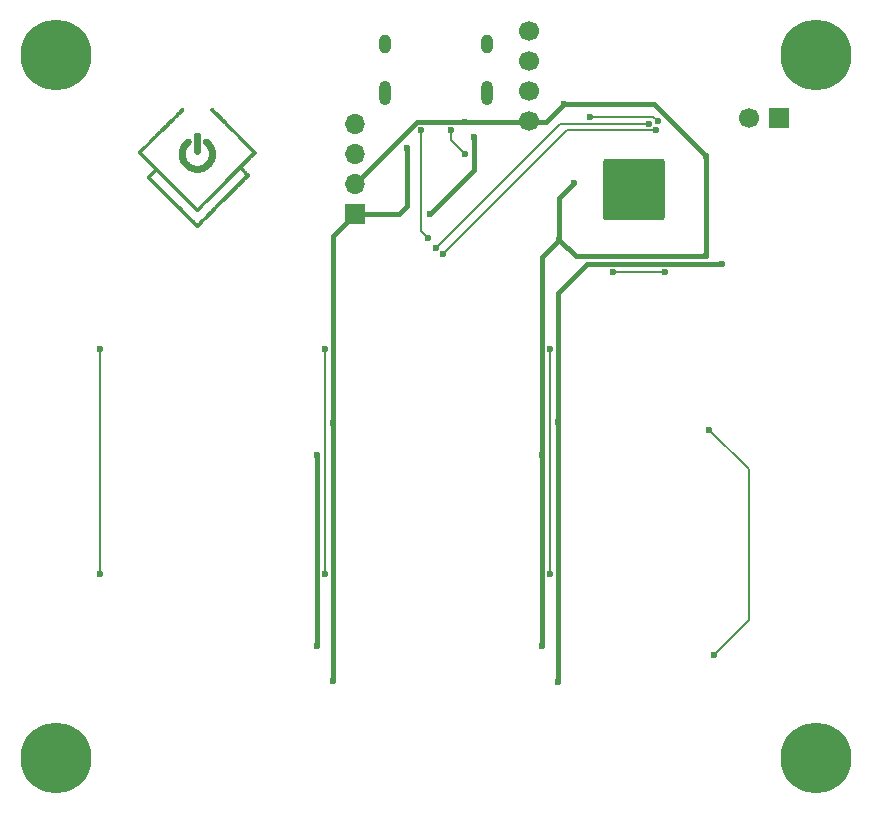
<source format=gbr>
G04 #@! TF.GenerationSoftware,KiCad,Pcbnew,(5.1.5)-3*
G04 #@! TF.CreationDate,2021-05-11T09:46:13+07:00*
G04 #@! TF.ProjectId,uso!VNC,75736f21-564e-4432-9e6b-696361645f70,rev?*
G04 #@! TF.SameCoordinates,Original*
G04 #@! TF.FileFunction,Copper,L1,Top*
G04 #@! TF.FilePolarity,Positive*
%FSLAX46Y46*%
G04 Gerber Fmt 4.6, Leading zero omitted, Abs format (unit mm)*
G04 Created by KiCad (PCBNEW (5.1.5)-3) date 2021-05-11 09:46:13*
%MOMM*%
%LPD*%
G04 APERTURE LIST*
%ADD10C,0.010000*%
%ADD11C,1.000000*%
%ADD12C,6.000000*%
%ADD13R,1.700000X1.700000*%
%ADD14C,1.700000*%
%ADD15O,1.700000X1.700000*%
%ADD16O,1.000000X2.100000*%
%ADD17O,1.000000X1.600000*%
%ADD18C,0.500000*%
%ADD19C,0.100000*%
%ADD20C,0.600000*%
%ADD21C,0.400000*%
%ADD22C,0.200000*%
G04 APERTURE END LIST*
D10*
G36*
X246509123Y-93480074D02*
G01*
X246551030Y-93491533D01*
X246562290Y-93496093D01*
X246605424Y-93520713D01*
X246643923Y-93553596D01*
X246675810Y-93592569D01*
X246699109Y-93635457D01*
X246705787Y-93653885D01*
X246707518Y-93659721D01*
X246709066Y-93665829D01*
X246710440Y-93672848D01*
X246711651Y-93681416D01*
X246712709Y-93692173D01*
X246713623Y-93705757D01*
X246714405Y-93722808D01*
X246715064Y-93743964D01*
X246715611Y-93769865D01*
X246716055Y-93801150D01*
X246716406Y-93838457D01*
X246716675Y-93882425D01*
X246716873Y-93933694D01*
X246717008Y-93992903D01*
X246717092Y-94060690D01*
X246717133Y-94137694D01*
X246717144Y-94224556D01*
X246717133Y-94321912D01*
X246717124Y-94368250D01*
X246717053Y-94476999D01*
X246716889Y-94577695D01*
X246716634Y-94670010D01*
X246716291Y-94753621D01*
X246715863Y-94828202D01*
X246715353Y-94893429D01*
X246714762Y-94948976D01*
X246714094Y-94994520D01*
X246713352Y-95029734D01*
X246712537Y-95054295D01*
X246711654Y-95067876D01*
X246711334Y-95069952D01*
X246697662Y-95110733D01*
X246675481Y-95148996D01*
X246647377Y-95183025D01*
X246616150Y-95213089D01*
X246585678Y-95234750D01*
X246552539Y-95250232D01*
X246535003Y-95256026D01*
X246502198Y-95262492D01*
X246464418Y-95264877D01*
X246426304Y-95263231D01*
X246392502Y-95257600D01*
X246381722Y-95254416D01*
X246334570Y-95232283D01*
X246292936Y-95201105D01*
X246258096Y-95162431D01*
X246231331Y-95117813D01*
X246213920Y-95068802D01*
X246209438Y-95045457D01*
X246208549Y-95033362D01*
X246207735Y-95010774D01*
X246206996Y-94978607D01*
X246206332Y-94937776D01*
X246205743Y-94889195D01*
X246205229Y-94833778D01*
X246204789Y-94772440D01*
X246204424Y-94706095D01*
X246204133Y-94635658D01*
X246203917Y-94562042D01*
X246203775Y-94486162D01*
X246203708Y-94408932D01*
X246203715Y-94331267D01*
X246203796Y-94254082D01*
X246203951Y-94178289D01*
X246204180Y-94104805D01*
X246204484Y-94034542D01*
X246204861Y-93968416D01*
X246205313Y-93907341D01*
X246205838Y-93852231D01*
X246206437Y-93804000D01*
X246207110Y-93763563D01*
X246207856Y-93731834D01*
X246208676Y-93709728D01*
X246209533Y-93698401D01*
X246222478Y-93646926D01*
X246245191Y-93599961D01*
X246276521Y-93558684D01*
X246315315Y-93524277D01*
X246360421Y-93497919D01*
X246410689Y-93480790D01*
X246424667Y-93477958D01*
X246465336Y-93475330D01*
X246509123Y-93480074D01*
G37*
X246509123Y-93480074D02*
X246551030Y-93491533D01*
X246562290Y-93496093D01*
X246605424Y-93520713D01*
X246643923Y-93553596D01*
X246675810Y-93592569D01*
X246699109Y-93635457D01*
X246705787Y-93653885D01*
X246707518Y-93659721D01*
X246709066Y-93665829D01*
X246710440Y-93672848D01*
X246711651Y-93681416D01*
X246712709Y-93692173D01*
X246713623Y-93705757D01*
X246714405Y-93722808D01*
X246715064Y-93743964D01*
X246715611Y-93769865D01*
X246716055Y-93801150D01*
X246716406Y-93838457D01*
X246716675Y-93882425D01*
X246716873Y-93933694D01*
X246717008Y-93992903D01*
X246717092Y-94060690D01*
X246717133Y-94137694D01*
X246717144Y-94224556D01*
X246717133Y-94321912D01*
X246717124Y-94368250D01*
X246717053Y-94476999D01*
X246716889Y-94577695D01*
X246716634Y-94670010D01*
X246716291Y-94753621D01*
X246715863Y-94828202D01*
X246715353Y-94893429D01*
X246714762Y-94948976D01*
X246714094Y-94994520D01*
X246713352Y-95029734D01*
X246712537Y-95054295D01*
X246711654Y-95067876D01*
X246711334Y-95069952D01*
X246697662Y-95110733D01*
X246675481Y-95148996D01*
X246647377Y-95183025D01*
X246616150Y-95213089D01*
X246585678Y-95234750D01*
X246552539Y-95250232D01*
X246535003Y-95256026D01*
X246502198Y-95262492D01*
X246464418Y-95264877D01*
X246426304Y-95263231D01*
X246392502Y-95257600D01*
X246381722Y-95254416D01*
X246334570Y-95232283D01*
X246292936Y-95201105D01*
X246258096Y-95162431D01*
X246231331Y-95117813D01*
X246213920Y-95068802D01*
X246209438Y-95045457D01*
X246208549Y-95033362D01*
X246207735Y-95010774D01*
X246206996Y-94978607D01*
X246206332Y-94937776D01*
X246205743Y-94889195D01*
X246205229Y-94833778D01*
X246204789Y-94772440D01*
X246204424Y-94706095D01*
X246204133Y-94635658D01*
X246203917Y-94562042D01*
X246203775Y-94486162D01*
X246203708Y-94408932D01*
X246203715Y-94331267D01*
X246203796Y-94254082D01*
X246203951Y-94178289D01*
X246204180Y-94104805D01*
X246204484Y-94034542D01*
X246204861Y-93968416D01*
X246205313Y-93907341D01*
X246205838Y-93852231D01*
X246206437Y-93804000D01*
X246207110Y-93763563D01*
X246207856Y-93731834D01*
X246208676Y-93709728D01*
X246209533Y-93698401D01*
X246222478Y-93646926D01*
X246245191Y-93599961D01*
X246276521Y-93558684D01*
X246315315Y-93524277D01*
X246360421Y-93497919D01*
X246410689Y-93480790D01*
X246424667Y-93477958D01*
X246465336Y-93475330D01*
X246509123Y-93480074D01*
G36*
X245223140Y-91408932D02*
G01*
X245255733Y-91420058D01*
X245283801Y-91439814D01*
X245297729Y-91455960D01*
X245311001Y-91483300D01*
X245317593Y-91515673D01*
X245316836Y-91548410D01*
X245313240Y-91564265D01*
X245311573Y-91567183D01*
X245307621Y-91572319D01*
X245301180Y-91579879D01*
X245292047Y-91590068D01*
X245280017Y-91603092D01*
X245264887Y-91619157D01*
X245246453Y-91638468D01*
X245224511Y-91661232D01*
X245198857Y-91687654D01*
X245169287Y-91717939D01*
X245135597Y-91752294D01*
X245097583Y-91790925D01*
X245055041Y-91834036D01*
X245007767Y-91881835D01*
X244955558Y-91934525D01*
X244898209Y-91992314D01*
X244835517Y-92055407D01*
X244767277Y-92124010D01*
X244693286Y-92198328D01*
X244613340Y-92278568D01*
X244527234Y-92364934D01*
X244434765Y-92457633D01*
X244335729Y-92556871D01*
X244229922Y-92662853D01*
X244117140Y-92775784D01*
X243997179Y-92895872D01*
X243869835Y-93023320D01*
X243734904Y-93158336D01*
X243592183Y-93301125D01*
X243530257Y-93363075D01*
X241754297Y-95139658D01*
X246463267Y-99848628D01*
X248817757Y-97494133D01*
X251172246Y-95139638D01*
X249399073Y-93365919D01*
X249279759Y-93246546D01*
X249162458Y-93129146D01*
X249047430Y-93013978D01*
X248934935Y-92901304D01*
X248825233Y-92791387D01*
X248718583Y-92684486D01*
X248615245Y-92580863D01*
X248515479Y-92480780D01*
X248419546Y-92384497D01*
X248327704Y-92292276D01*
X248240214Y-92204379D01*
X248157335Y-92121066D01*
X248079327Y-92042600D01*
X248006450Y-91969240D01*
X247938965Y-91901249D01*
X247877130Y-91838887D01*
X247821205Y-91782417D01*
X247771450Y-91732099D01*
X247728126Y-91688195D01*
X247691492Y-91650965D01*
X247661807Y-91620672D01*
X247639332Y-91597576D01*
X247624327Y-91581939D01*
X247617050Y-91574022D01*
X247616387Y-91573143D01*
X247607714Y-91543938D01*
X247607667Y-91511517D01*
X247615581Y-91479297D01*
X247630790Y-91450697D01*
X247642887Y-91436932D01*
X247670005Y-91418956D01*
X247702314Y-91408987D01*
X247736421Y-91407509D01*
X247768930Y-91415006D01*
X247775697Y-91417989D01*
X247781137Y-91422365D01*
X247793246Y-91433464D01*
X247812086Y-91451351D01*
X247837722Y-91476088D01*
X247870219Y-91507740D01*
X247909641Y-91546371D01*
X247956050Y-91592043D01*
X248009513Y-91644821D01*
X248070092Y-91704769D01*
X248137852Y-91771949D01*
X248212857Y-91846426D01*
X248295171Y-91928264D01*
X248384858Y-92017527D01*
X248481982Y-92114277D01*
X248586608Y-92218578D01*
X248698799Y-92330495D01*
X248818619Y-92450092D01*
X248946133Y-92577431D01*
X249081405Y-92712576D01*
X249224498Y-92855591D01*
X249375478Y-93006541D01*
X249534407Y-93165488D01*
X249623384Y-93254494D01*
X251447864Y-95079705D01*
X251454751Y-95109671D01*
X251458636Y-95134358D01*
X251457241Y-95157102D01*
X251454724Y-95169603D01*
X251453694Y-95173755D01*
X251452312Y-95177964D01*
X251450190Y-95182633D01*
X251446943Y-95188164D01*
X251442183Y-95194956D01*
X251435525Y-95203413D01*
X251426582Y-95213936D01*
X251414968Y-95226925D01*
X251400296Y-95242784D01*
X251382181Y-95261912D01*
X251360234Y-95284712D01*
X251334071Y-95311586D01*
X251303305Y-95342934D01*
X251267549Y-95379159D01*
X251226417Y-95420661D01*
X251179523Y-95467842D01*
X251126480Y-95521105D01*
X251066901Y-95580849D01*
X251000401Y-95647478D01*
X250926593Y-95721392D01*
X250847787Y-95800293D01*
X250247763Y-96401017D01*
X250553713Y-96707844D01*
X250610781Y-96765097D01*
X250660318Y-96814867D01*
X250702869Y-96857737D01*
X250738980Y-96894289D01*
X250769198Y-96925109D01*
X250794067Y-96950780D01*
X250814134Y-96971885D01*
X250829944Y-96989008D01*
X250842042Y-97002733D01*
X250850975Y-97013643D01*
X250857288Y-97022323D01*
X250861527Y-97029354D01*
X250864237Y-97035322D01*
X250865965Y-97040810D01*
X250866310Y-97042185D01*
X250869952Y-97076589D01*
X250864824Y-97109466D01*
X250858638Y-97124924D01*
X250854226Y-97129732D01*
X250841976Y-97142375D01*
X250822120Y-97162617D01*
X250794895Y-97190225D01*
X250760534Y-97224961D01*
X250719273Y-97266590D01*
X250671346Y-97314878D01*
X250616987Y-97369589D01*
X250556431Y-97430488D01*
X250489914Y-97497338D01*
X250417668Y-97569905D01*
X250339930Y-97647954D01*
X250256933Y-97731248D01*
X250168912Y-97819553D01*
X250076103Y-97912633D01*
X249978739Y-98010253D01*
X249877055Y-98112178D01*
X249771285Y-98218171D01*
X249661665Y-98327998D01*
X249548429Y-98441424D01*
X249431812Y-98558212D01*
X249312047Y-98678128D01*
X249189371Y-98800936D01*
X249064017Y-98926401D01*
X248936220Y-99054287D01*
X248806214Y-99184360D01*
X248691828Y-99298785D01*
X248516614Y-99474029D01*
X248349370Y-99641266D01*
X248190012Y-99800580D01*
X248038458Y-99952053D01*
X247894623Y-100095769D01*
X247758423Y-100231812D01*
X247629775Y-100360264D01*
X247508595Y-100481210D01*
X247394799Y-100594731D01*
X247288304Y-100700912D01*
X247189026Y-100799836D01*
X247096881Y-100891587D01*
X247011784Y-100976246D01*
X246933654Y-101053898D01*
X246862405Y-101124627D01*
X246797955Y-101188514D01*
X246740219Y-101245645D01*
X246689113Y-101296101D01*
X246644554Y-101339966D01*
X246606459Y-101377324D01*
X246574743Y-101408257D01*
X246549322Y-101432850D01*
X246530114Y-101451185D01*
X246517034Y-101463345D01*
X246509998Y-101469415D01*
X246508926Y-101470126D01*
X246477120Y-101479056D01*
X246441649Y-101478615D01*
X246420454Y-101473972D01*
X246417388Y-101471991D01*
X246411240Y-101466877D01*
X246401837Y-101458457D01*
X246389007Y-101446560D01*
X246372576Y-101431015D01*
X246352372Y-101411649D01*
X246328222Y-101388291D01*
X246299954Y-101360769D01*
X246267393Y-101328912D01*
X246230368Y-101292548D01*
X246188705Y-101251505D01*
X246142232Y-101205612D01*
X246090775Y-101154698D01*
X246034163Y-101098590D01*
X245972222Y-101037117D01*
X245904779Y-100970107D01*
X245831661Y-100897389D01*
X245752696Y-100818790D01*
X245667711Y-100734141D01*
X245576532Y-100643268D01*
X245478988Y-100546000D01*
X245374905Y-100442166D01*
X245264110Y-100331593D01*
X245146430Y-100214111D01*
X245021693Y-100089548D01*
X244889726Y-99957731D01*
X244750356Y-99818490D01*
X244603410Y-99671653D01*
X244448715Y-99517048D01*
X244315656Y-99384049D01*
X244182608Y-99251035D01*
X244051947Y-99120371D01*
X243923900Y-98992283D01*
X243798695Y-98866999D01*
X243676556Y-98744748D01*
X243557713Y-98625757D01*
X243442390Y-98510254D01*
X243330816Y-98398466D01*
X243223216Y-98290622D01*
X243119818Y-98186950D01*
X243020849Y-98087676D01*
X242926535Y-97993029D01*
X242837104Y-97903237D01*
X242752781Y-97818528D01*
X242673795Y-97739128D01*
X242600371Y-97665267D01*
X242532736Y-97597172D01*
X242471118Y-97535071D01*
X242415743Y-97479191D01*
X242366838Y-97429761D01*
X242324630Y-97387007D01*
X242289345Y-97351159D01*
X242261211Y-97322443D01*
X242240454Y-97301088D01*
X242227301Y-97287321D01*
X242221979Y-97281371D01*
X242221890Y-97281222D01*
X242210705Y-97246448D01*
X242210642Y-97228721D01*
X242496308Y-97228721D01*
X244476932Y-99209443D01*
X244602991Y-99335493D01*
X244727036Y-99459498D01*
X244848824Y-99581215D01*
X244968108Y-99700400D01*
X245084644Y-99816809D01*
X245198188Y-99930199D01*
X245308494Y-100040324D01*
X245415318Y-100146943D01*
X245518415Y-100249810D01*
X245617540Y-100348682D01*
X245712448Y-100443315D01*
X245802895Y-100533466D01*
X245888637Y-100618889D01*
X245969427Y-100699343D01*
X246045021Y-100774582D01*
X246115175Y-100844363D01*
X246179644Y-100908442D01*
X246238182Y-100966576D01*
X246290546Y-101018519D01*
X246336490Y-101064030D01*
X246375770Y-101102863D01*
X246408141Y-101134775D01*
X246433357Y-101159522D01*
X246451175Y-101176860D01*
X246461349Y-101186545D01*
X246463812Y-101188643D01*
X246468198Y-101184547D01*
X246480409Y-101172612D01*
X246500204Y-101153077D01*
X246527343Y-101126182D01*
X246561587Y-101092166D01*
X246602695Y-101051270D01*
X246650427Y-101003734D01*
X246704544Y-100949798D01*
X246764804Y-100889700D01*
X246830968Y-100823682D01*
X246902796Y-100751982D01*
X246980047Y-100674842D01*
X247062483Y-100592500D01*
X247149861Y-100505197D01*
X247241943Y-100413172D01*
X247338489Y-100316666D01*
X247439258Y-100215917D01*
X247544009Y-100111167D01*
X247652504Y-100002655D01*
X247764502Y-99890620D01*
X247879763Y-99775303D01*
X247998047Y-99656943D01*
X248119113Y-99535780D01*
X248242722Y-99412055D01*
X248368633Y-99286007D01*
X248496607Y-99157875D01*
X248525406Y-99129038D01*
X250580744Y-97070957D01*
X250329959Y-96820221D01*
X250079175Y-96569485D01*
X248305466Y-98342997D01*
X248149618Y-98498810D01*
X248001702Y-98646653D01*
X247861599Y-98786645D01*
X247729188Y-98918906D01*
X247604348Y-99043557D01*
X247486959Y-99160717D01*
X247376899Y-99270507D01*
X247274048Y-99373045D01*
X247178286Y-99468451D01*
X247089491Y-99556847D01*
X247007543Y-99638351D01*
X246932321Y-99713083D01*
X246863705Y-99781164D01*
X246801573Y-99842713D01*
X246745805Y-99897850D01*
X246696280Y-99946694D01*
X246652878Y-99989367D01*
X246615478Y-100025987D01*
X246583959Y-100056674D01*
X246558200Y-100081549D01*
X246538080Y-100100731D01*
X246523480Y-100114341D01*
X246514278Y-100122497D01*
X246510537Y-100125264D01*
X246486221Y-100131606D01*
X246457601Y-100133783D01*
X246430310Y-100131627D01*
X246416545Y-100128048D01*
X246411355Y-100123601D01*
X246398330Y-100111303D01*
X246377698Y-100091379D01*
X246349689Y-100064059D01*
X246314533Y-100029570D01*
X246272457Y-99988140D01*
X246223691Y-99939996D01*
X246168465Y-99885366D01*
X246107007Y-99824477D01*
X246039547Y-99757558D01*
X245966313Y-99684837D01*
X245887535Y-99606540D01*
X245803441Y-99522895D01*
X245714262Y-99434131D01*
X245620225Y-99340475D01*
X245521560Y-99242155D01*
X245418496Y-99139397D01*
X245311262Y-99032431D01*
X245200088Y-98921484D01*
X245085202Y-98806783D01*
X244966833Y-98688557D01*
X244845211Y-98567032D01*
X244720565Y-98442437D01*
X244700958Y-98422834D01*
X243001438Y-96723591D01*
X242496308Y-97228721D01*
X242210642Y-97228721D01*
X242210580Y-97211415D01*
X242213833Y-97195907D01*
X242215626Y-97190402D01*
X242218459Y-97184344D01*
X242222879Y-97177150D01*
X242229430Y-97168240D01*
X242238657Y-97157033D01*
X242251105Y-97142946D01*
X242267319Y-97125400D01*
X242287845Y-97103813D01*
X242313227Y-97077603D01*
X242344010Y-97046189D01*
X242380740Y-97008991D01*
X242423962Y-96965426D01*
X242474220Y-96914914D01*
X242527018Y-96861929D01*
X242832930Y-96555075D01*
X242158236Y-95880176D01*
X242062378Y-95784236D01*
X241974468Y-95696137D01*
X241894330Y-95615701D01*
X241821789Y-95542750D01*
X241756671Y-95477104D01*
X241698798Y-95418586D01*
X241647997Y-95367016D01*
X241604091Y-95322215D01*
X241566904Y-95284006D01*
X241536263Y-95252209D01*
X241511990Y-95226645D01*
X241493912Y-95207136D01*
X241481851Y-95193504D01*
X241475633Y-95185569D01*
X241474785Y-95184056D01*
X241467037Y-95151397D01*
X241468727Y-95117084D01*
X241476994Y-95091120D01*
X241481876Y-95085253D01*
X241494533Y-95071653D01*
X241514653Y-95050633D01*
X241541926Y-95022503D01*
X241576038Y-94987575D01*
X241616680Y-94946161D01*
X241663539Y-94898572D01*
X241716303Y-94845119D01*
X241774661Y-94786114D01*
X241838302Y-94721868D01*
X241906913Y-94652692D01*
X241980184Y-94578899D01*
X242057803Y-94500799D01*
X242139457Y-94418704D01*
X242224837Y-94332925D01*
X242313629Y-94243773D01*
X242405522Y-94151561D01*
X242500206Y-94056599D01*
X242597368Y-93959200D01*
X242696696Y-93859673D01*
X242797879Y-93758332D01*
X242900606Y-93655486D01*
X243004565Y-93551448D01*
X243109445Y-93446529D01*
X243214933Y-93341041D01*
X243320718Y-93235294D01*
X243426489Y-93129600D01*
X243531934Y-93024272D01*
X243636741Y-92919619D01*
X243740600Y-92815954D01*
X243843197Y-92713588D01*
X243944223Y-92612832D01*
X244043365Y-92513997D01*
X244140311Y-92417396D01*
X244234750Y-92323340D01*
X244326371Y-92232139D01*
X244414861Y-92144106D01*
X244499910Y-92059552D01*
X244581206Y-91978788D01*
X244658437Y-91902126D01*
X244731291Y-91829877D01*
X244799457Y-91762352D01*
X244862624Y-91699863D01*
X244920480Y-91642722D01*
X244972712Y-91591239D01*
X245019011Y-91545727D01*
X245059064Y-91506496D01*
X245092559Y-91473858D01*
X245119185Y-91448124D01*
X245138630Y-91429606D01*
X245150584Y-91418616D01*
X245154552Y-91415449D01*
X245188565Y-91407156D01*
X245223140Y-91408932D01*
G37*
X245223140Y-91408932D02*
X245255733Y-91420058D01*
X245283801Y-91439814D01*
X245297729Y-91455960D01*
X245311001Y-91483300D01*
X245317593Y-91515673D01*
X245316836Y-91548410D01*
X245313240Y-91564265D01*
X245311573Y-91567183D01*
X245307621Y-91572319D01*
X245301180Y-91579879D01*
X245292047Y-91590068D01*
X245280017Y-91603092D01*
X245264887Y-91619157D01*
X245246453Y-91638468D01*
X245224511Y-91661232D01*
X245198857Y-91687654D01*
X245169287Y-91717939D01*
X245135597Y-91752294D01*
X245097583Y-91790925D01*
X245055041Y-91834036D01*
X245007767Y-91881835D01*
X244955558Y-91934525D01*
X244898209Y-91992314D01*
X244835517Y-92055407D01*
X244767277Y-92124010D01*
X244693286Y-92198328D01*
X244613340Y-92278568D01*
X244527234Y-92364934D01*
X244434765Y-92457633D01*
X244335729Y-92556871D01*
X244229922Y-92662853D01*
X244117140Y-92775784D01*
X243997179Y-92895872D01*
X243869835Y-93023320D01*
X243734904Y-93158336D01*
X243592183Y-93301125D01*
X243530257Y-93363075D01*
X241754297Y-95139658D01*
X246463267Y-99848628D01*
X248817757Y-97494133D01*
X251172246Y-95139638D01*
X249399073Y-93365919D01*
X249279759Y-93246546D01*
X249162458Y-93129146D01*
X249047430Y-93013978D01*
X248934935Y-92901304D01*
X248825233Y-92791387D01*
X248718583Y-92684486D01*
X248615245Y-92580863D01*
X248515479Y-92480780D01*
X248419546Y-92384497D01*
X248327704Y-92292276D01*
X248240214Y-92204379D01*
X248157335Y-92121066D01*
X248079327Y-92042600D01*
X248006450Y-91969240D01*
X247938965Y-91901249D01*
X247877130Y-91838887D01*
X247821205Y-91782417D01*
X247771450Y-91732099D01*
X247728126Y-91688195D01*
X247691492Y-91650965D01*
X247661807Y-91620672D01*
X247639332Y-91597576D01*
X247624327Y-91581939D01*
X247617050Y-91574022D01*
X247616387Y-91573143D01*
X247607714Y-91543938D01*
X247607667Y-91511517D01*
X247615581Y-91479297D01*
X247630790Y-91450697D01*
X247642887Y-91436932D01*
X247670005Y-91418956D01*
X247702314Y-91408987D01*
X247736421Y-91407509D01*
X247768930Y-91415006D01*
X247775697Y-91417989D01*
X247781137Y-91422365D01*
X247793246Y-91433464D01*
X247812086Y-91451351D01*
X247837722Y-91476088D01*
X247870219Y-91507740D01*
X247909641Y-91546371D01*
X247956050Y-91592043D01*
X248009513Y-91644821D01*
X248070092Y-91704769D01*
X248137852Y-91771949D01*
X248212857Y-91846426D01*
X248295171Y-91928264D01*
X248384858Y-92017527D01*
X248481982Y-92114277D01*
X248586608Y-92218578D01*
X248698799Y-92330495D01*
X248818619Y-92450092D01*
X248946133Y-92577431D01*
X249081405Y-92712576D01*
X249224498Y-92855591D01*
X249375478Y-93006541D01*
X249534407Y-93165488D01*
X249623384Y-93254494D01*
X251447864Y-95079705D01*
X251454751Y-95109671D01*
X251458636Y-95134358D01*
X251457241Y-95157102D01*
X251454724Y-95169603D01*
X251453694Y-95173755D01*
X251452312Y-95177964D01*
X251450190Y-95182633D01*
X251446943Y-95188164D01*
X251442183Y-95194956D01*
X251435525Y-95203413D01*
X251426582Y-95213936D01*
X251414968Y-95226925D01*
X251400296Y-95242784D01*
X251382181Y-95261912D01*
X251360234Y-95284712D01*
X251334071Y-95311586D01*
X251303305Y-95342934D01*
X251267549Y-95379159D01*
X251226417Y-95420661D01*
X251179523Y-95467842D01*
X251126480Y-95521105D01*
X251066901Y-95580849D01*
X251000401Y-95647478D01*
X250926593Y-95721392D01*
X250847787Y-95800293D01*
X250247763Y-96401017D01*
X250553713Y-96707844D01*
X250610781Y-96765097D01*
X250660318Y-96814867D01*
X250702869Y-96857737D01*
X250738980Y-96894289D01*
X250769198Y-96925109D01*
X250794067Y-96950780D01*
X250814134Y-96971885D01*
X250829944Y-96989008D01*
X250842042Y-97002733D01*
X250850975Y-97013643D01*
X250857288Y-97022323D01*
X250861527Y-97029354D01*
X250864237Y-97035322D01*
X250865965Y-97040810D01*
X250866310Y-97042185D01*
X250869952Y-97076589D01*
X250864824Y-97109466D01*
X250858638Y-97124924D01*
X250854226Y-97129732D01*
X250841976Y-97142375D01*
X250822120Y-97162617D01*
X250794895Y-97190225D01*
X250760534Y-97224961D01*
X250719273Y-97266590D01*
X250671346Y-97314878D01*
X250616987Y-97369589D01*
X250556431Y-97430488D01*
X250489914Y-97497338D01*
X250417668Y-97569905D01*
X250339930Y-97647954D01*
X250256933Y-97731248D01*
X250168912Y-97819553D01*
X250076103Y-97912633D01*
X249978739Y-98010253D01*
X249877055Y-98112178D01*
X249771285Y-98218171D01*
X249661665Y-98327998D01*
X249548429Y-98441424D01*
X249431812Y-98558212D01*
X249312047Y-98678128D01*
X249189371Y-98800936D01*
X249064017Y-98926401D01*
X248936220Y-99054287D01*
X248806214Y-99184360D01*
X248691828Y-99298785D01*
X248516614Y-99474029D01*
X248349370Y-99641266D01*
X248190012Y-99800580D01*
X248038458Y-99952053D01*
X247894623Y-100095769D01*
X247758423Y-100231812D01*
X247629775Y-100360264D01*
X247508595Y-100481210D01*
X247394799Y-100594731D01*
X247288304Y-100700912D01*
X247189026Y-100799836D01*
X247096881Y-100891587D01*
X247011784Y-100976246D01*
X246933654Y-101053898D01*
X246862405Y-101124627D01*
X246797955Y-101188514D01*
X246740219Y-101245645D01*
X246689113Y-101296101D01*
X246644554Y-101339966D01*
X246606459Y-101377324D01*
X246574743Y-101408257D01*
X246549322Y-101432850D01*
X246530114Y-101451185D01*
X246517034Y-101463345D01*
X246509998Y-101469415D01*
X246508926Y-101470126D01*
X246477120Y-101479056D01*
X246441649Y-101478615D01*
X246420454Y-101473972D01*
X246417388Y-101471991D01*
X246411240Y-101466877D01*
X246401837Y-101458457D01*
X246389007Y-101446560D01*
X246372576Y-101431015D01*
X246352372Y-101411649D01*
X246328222Y-101388291D01*
X246299954Y-101360769D01*
X246267393Y-101328912D01*
X246230368Y-101292548D01*
X246188705Y-101251505D01*
X246142232Y-101205612D01*
X246090775Y-101154698D01*
X246034163Y-101098590D01*
X245972222Y-101037117D01*
X245904779Y-100970107D01*
X245831661Y-100897389D01*
X245752696Y-100818790D01*
X245667711Y-100734141D01*
X245576532Y-100643268D01*
X245478988Y-100546000D01*
X245374905Y-100442166D01*
X245264110Y-100331593D01*
X245146430Y-100214111D01*
X245021693Y-100089548D01*
X244889726Y-99957731D01*
X244750356Y-99818490D01*
X244603410Y-99671653D01*
X244448715Y-99517048D01*
X244315656Y-99384049D01*
X244182608Y-99251035D01*
X244051947Y-99120371D01*
X243923900Y-98992283D01*
X243798695Y-98866999D01*
X243676556Y-98744748D01*
X243557713Y-98625757D01*
X243442390Y-98510254D01*
X243330816Y-98398466D01*
X243223216Y-98290622D01*
X243119818Y-98186950D01*
X243020849Y-98087676D01*
X242926535Y-97993029D01*
X242837104Y-97903237D01*
X242752781Y-97818528D01*
X242673795Y-97739128D01*
X242600371Y-97665267D01*
X242532736Y-97597172D01*
X242471118Y-97535071D01*
X242415743Y-97479191D01*
X242366838Y-97429761D01*
X242324630Y-97387007D01*
X242289345Y-97351159D01*
X242261211Y-97322443D01*
X242240454Y-97301088D01*
X242227301Y-97287321D01*
X242221979Y-97281371D01*
X242221890Y-97281222D01*
X242210705Y-97246448D01*
X242210642Y-97228721D01*
X242496308Y-97228721D01*
X244476932Y-99209443D01*
X244602991Y-99335493D01*
X244727036Y-99459498D01*
X244848824Y-99581215D01*
X244968108Y-99700400D01*
X245084644Y-99816809D01*
X245198188Y-99930199D01*
X245308494Y-100040324D01*
X245415318Y-100146943D01*
X245518415Y-100249810D01*
X245617540Y-100348682D01*
X245712448Y-100443315D01*
X245802895Y-100533466D01*
X245888637Y-100618889D01*
X245969427Y-100699343D01*
X246045021Y-100774582D01*
X246115175Y-100844363D01*
X246179644Y-100908442D01*
X246238182Y-100966576D01*
X246290546Y-101018519D01*
X246336490Y-101064030D01*
X246375770Y-101102863D01*
X246408141Y-101134775D01*
X246433357Y-101159522D01*
X246451175Y-101176860D01*
X246461349Y-101186545D01*
X246463812Y-101188643D01*
X246468198Y-101184547D01*
X246480409Y-101172612D01*
X246500204Y-101153077D01*
X246527343Y-101126182D01*
X246561587Y-101092166D01*
X246602695Y-101051270D01*
X246650427Y-101003734D01*
X246704544Y-100949798D01*
X246764804Y-100889700D01*
X246830968Y-100823682D01*
X246902796Y-100751982D01*
X246980047Y-100674842D01*
X247062483Y-100592500D01*
X247149861Y-100505197D01*
X247241943Y-100413172D01*
X247338489Y-100316666D01*
X247439258Y-100215917D01*
X247544009Y-100111167D01*
X247652504Y-100002655D01*
X247764502Y-99890620D01*
X247879763Y-99775303D01*
X247998047Y-99656943D01*
X248119113Y-99535780D01*
X248242722Y-99412055D01*
X248368633Y-99286007D01*
X248496607Y-99157875D01*
X248525406Y-99129038D01*
X250580744Y-97070957D01*
X250329959Y-96820221D01*
X250079175Y-96569485D01*
X248305466Y-98342997D01*
X248149618Y-98498810D01*
X248001702Y-98646653D01*
X247861599Y-98786645D01*
X247729188Y-98918906D01*
X247604348Y-99043557D01*
X247486959Y-99160717D01*
X247376899Y-99270507D01*
X247274048Y-99373045D01*
X247178286Y-99468451D01*
X247089491Y-99556847D01*
X247007543Y-99638351D01*
X246932321Y-99713083D01*
X246863705Y-99781164D01*
X246801573Y-99842713D01*
X246745805Y-99897850D01*
X246696280Y-99946694D01*
X246652878Y-99989367D01*
X246615478Y-100025987D01*
X246583959Y-100056674D01*
X246558200Y-100081549D01*
X246538080Y-100100731D01*
X246523480Y-100114341D01*
X246514278Y-100122497D01*
X246510537Y-100125264D01*
X246486221Y-100131606D01*
X246457601Y-100133783D01*
X246430310Y-100131627D01*
X246416545Y-100128048D01*
X246411355Y-100123601D01*
X246398330Y-100111303D01*
X246377698Y-100091379D01*
X246349689Y-100064059D01*
X246314533Y-100029570D01*
X246272457Y-99988140D01*
X246223691Y-99939996D01*
X246168465Y-99885366D01*
X246107007Y-99824477D01*
X246039547Y-99757558D01*
X245966313Y-99684837D01*
X245887535Y-99606540D01*
X245803441Y-99522895D01*
X245714262Y-99434131D01*
X245620225Y-99340475D01*
X245521560Y-99242155D01*
X245418496Y-99139397D01*
X245311262Y-99032431D01*
X245200088Y-98921484D01*
X245085202Y-98806783D01*
X244966833Y-98688557D01*
X244845211Y-98567032D01*
X244720565Y-98442437D01*
X244700958Y-98422834D01*
X243001438Y-96723591D01*
X242496308Y-97228721D01*
X242210642Y-97228721D01*
X242210580Y-97211415D01*
X242213833Y-97195907D01*
X242215626Y-97190402D01*
X242218459Y-97184344D01*
X242222879Y-97177150D01*
X242229430Y-97168240D01*
X242238657Y-97157033D01*
X242251105Y-97142946D01*
X242267319Y-97125400D01*
X242287845Y-97103813D01*
X242313227Y-97077603D01*
X242344010Y-97046189D01*
X242380740Y-97008991D01*
X242423962Y-96965426D01*
X242474220Y-96914914D01*
X242527018Y-96861929D01*
X242832930Y-96555075D01*
X242158236Y-95880176D01*
X242062378Y-95784236D01*
X241974468Y-95696137D01*
X241894330Y-95615701D01*
X241821789Y-95542750D01*
X241756671Y-95477104D01*
X241698798Y-95418586D01*
X241647997Y-95367016D01*
X241604091Y-95322215D01*
X241566904Y-95284006D01*
X241536263Y-95252209D01*
X241511990Y-95226645D01*
X241493912Y-95207136D01*
X241481851Y-95193504D01*
X241475633Y-95185569D01*
X241474785Y-95184056D01*
X241467037Y-95151397D01*
X241468727Y-95117084D01*
X241476994Y-95091120D01*
X241481876Y-95085253D01*
X241494533Y-95071653D01*
X241514653Y-95050633D01*
X241541926Y-95022503D01*
X241576038Y-94987575D01*
X241616680Y-94946161D01*
X241663539Y-94898572D01*
X241716303Y-94845119D01*
X241774661Y-94786114D01*
X241838302Y-94721868D01*
X241906913Y-94652692D01*
X241980184Y-94578899D01*
X242057803Y-94500799D01*
X242139457Y-94418704D01*
X242224837Y-94332925D01*
X242313629Y-94243773D01*
X242405522Y-94151561D01*
X242500206Y-94056599D01*
X242597368Y-93959200D01*
X242696696Y-93859673D01*
X242797879Y-93758332D01*
X242900606Y-93655486D01*
X243004565Y-93551448D01*
X243109445Y-93446529D01*
X243214933Y-93341041D01*
X243320718Y-93235294D01*
X243426489Y-93129600D01*
X243531934Y-93024272D01*
X243636741Y-92919619D01*
X243740600Y-92815954D01*
X243843197Y-92713588D01*
X243944223Y-92612832D01*
X244043365Y-92513997D01*
X244140311Y-92417396D01*
X244234750Y-92323340D01*
X244326371Y-92232139D01*
X244414861Y-92144106D01*
X244499910Y-92059552D01*
X244581206Y-91978788D01*
X244658437Y-91902126D01*
X244731291Y-91829877D01*
X244799457Y-91762352D01*
X244862624Y-91699863D01*
X244920480Y-91642722D01*
X244972712Y-91591239D01*
X245019011Y-91545727D01*
X245059064Y-91506496D01*
X245092559Y-91473858D01*
X245119185Y-91448124D01*
X245138630Y-91429606D01*
X245150584Y-91418616D01*
X245154552Y-91415449D01*
X245188565Y-91407156D01*
X245223140Y-91408932D01*
G36*
X247290068Y-93996132D02*
G01*
X247338244Y-94013374D01*
X247363334Y-94027644D01*
X247394447Y-94049214D01*
X247430044Y-94076831D01*
X247468586Y-94109242D01*
X247508534Y-94145196D01*
X247548351Y-94183437D01*
X247553739Y-94188815D01*
X247623675Y-94262824D01*
X247685009Y-94336517D01*
X247739845Y-94412819D01*
X247790283Y-94494657D01*
X247838425Y-94584957D01*
X247838842Y-94585792D01*
X247891950Y-94704912D01*
X247934420Y-94827636D01*
X247966177Y-94953243D01*
X247987145Y-95081009D01*
X247997250Y-95210212D01*
X247996416Y-95340128D01*
X247984568Y-95470036D01*
X247961632Y-95599212D01*
X247949342Y-95650491D01*
X247918043Y-95753851D01*
X247877382Y-95858958D01*
X247828604Y-95963334D01*
X247772953Y-96064504D01*
X247711673Y-96159989D01*
X247655517Y-96235547D01*
X247628606Y-96267347D01*
X247595246Y-96303824D01*
X247557897Y-96342520D01*
X247519020Y-96380974D01*
X247481075Y-96416726D01*
X247446521Y-96447315D01*
X247430747Y-96460336D01*
X247337977Y-96528516D01*
X247238057Y-96591000D01*
X247133026Y-96646817D01*
X247024923Y-96694997D01*
X246915786Y-96734571D01*
X246807654Y-96764568D01*
X246777196Y-96771251D01*
X246699425Y-96784875D01*
X246616800Y-96795037D01*
X246532859Y-96801490D01*
X246451135Y-96803991D01*
X246375166Y-96802294D01*
X246351487Y-96800734D01*
X246231206Y-96786668D01*
X246113736Y-96763311D01*
X245999415Y-96731205D01*
X245874797Y-96685541D01*
X245756071Y-96630332D01*
X245643615Y-96566028D01*
X245537807Y-96493079D01*
X245439027Y-96411938D01*
X245347653Y-96323055D01*
X245264064Y-96226879D01*
X245188637Y-96123863D01*
X245121753Y-96014457D01*
X245063788Y-95899112D01*
X245015122Y-95778278D01*
X244976134Y-95652406D01*
X244947201Y-95521947D01*
X244938420Y-95467839D01*
X244933825Y-95426408D01*
X244930576Y-95376495D01*
X244928674Y-95320956D01*
X244928120Y-95262645D01*
X244928915Y-95204418D01*
X244931058Y-95149129D01*
X244934552Y-95099634D01*
X244938326Y-95066076D01*
X244962235Y-94934359D01*
X244996765Y-94806219D01*
X245041683Y-94682213D01*
X245096754Y-94562900D01*
X245161746Y-94448837D01*
X245236423Y-94340581D01*
X245249585Y-94323412D01*
X245281166Y-94284985D01*
X245317420Y-94244541D01*
X245356896Y-94203416D01*
X245398145Y-94162945D01*
X245439716Y-94124464D01*
X245480159Y-94089309D01*
X245518025Y-94058815D01*
X245551864Y-94034318D01*
X245580225Y-94017153D01*
X245584252Y-94015131D01*
X245633902Y-93997166D01*
X245685404Y-93989783D01*
X245737014Y-93992807D01*
X245786990Y-94006065D01*
X245833590Y-94029386D01*
X245851062Y-94041621D01*
X245875591Y-94064787D01*
X245899690Y-94095123D01*
X245920569Y-94128634D01*
X245935436Y-94161321D01*
X245936219Y-94163592D01*
X245946506Y-94211062D01*
X245947352Y-94261420D01*
X245939151Y-94311760D01*
X245922294Y-94359171D01*
X245905810Y-94388676D01*
X245892797Y-94404976D01*
X245873888Y-94424597D01*
X245852430Y-94444153D01*
X245844314Y-94450856D01*
X245811825Y-94478468D01*
X245775860Y-94511796D01*
X245738600Y-94548585D01*
X245702222Y-94586579D01*
X245668904Y-94623522D01*
X245640825Y-94657160D01*
X245625618Y-94677300D01*
X245577477Y-94752943D01*
X245534623Y-94836139D01*
X245498411Y-94923723D01*
X245470195Y-95012533D01*
X245455874Y-95073997D01*
X245448178Y-95123991D01*
X245442805Y-95181271D01*
X245439904Y-95241918D01*
X245439626Y-95302011D01*
X245442121Y-95357631D01*
X245444173Y-95380017D01*
X245461336Y-95484797D01*
X245489358Y-95586764D01*
X245527876Y-95685186D01*
X245576524Y-95779328D01*
X245634938Y-95868455D01*
X245702753Y-95951835D01*
X245755385Y-96006160D01*
X245833560Y-96073609D01*
X245919350Y-96133427D01*
X246011256Y-96184857D01*
X246107778Y-96227140D01*
X246207416Y-96259517D01*
X246294881Y-96278936D01*
X246329278Y-96283456D01*
X246371635Y-96286757D01*
X246418961Y-96288810D01*
X246468262Y-96289584D01*
X246516546Y-96289050D01*
X246560821Y-96287179D01*
X246598094Y-96283942D01*
X246611668Y-96282050D01*
X246718518Y-96259137D01*
X246821184Y-96226040D01*
X246919008Y-96183193D01*
X247011332Y-96131033D01*
X247097497Y-96069995D01*
X247176845Y-96000513D01*
X247248718Y-95923024D01*
X247312456Y-95837962D01*
X247333879Y-95804603D01*
X247353582Y-95770168D01*
X247374879Y-95728953D01*
X247395959Y-95684792D01*
X247415009Y-95641520D01*
X247430219Y-95602973D01*
X247433496Y-95593688D01*
X247461938Y-95492929D01*
X247479570Y-95389895D01*
X247486500Y-95285641D01*
X247482834Y-95181227D01*
X247468681Y-95077708D01*
X247444149Y-94976144D01*
X247409344Y-94877590D01*
X247364376Y-94783106D01*
X247347976Y-94754105D01*
X247302084Y-94682245D01*
X247252334Y-94616871D01*
X247196539Y-94555439D01*
X247132511Y-94495404D01*
X247106468Y-94473178D01*
X247081502Y-94451633D01*
X247058047Y-94430100D01*
X247038373Y-94410752D01*
X247024751Y-94395761D01*
X247022422Y-94392765D01*
X246999726Y-94353212D01*
X246984204Y-94307838D01*
X246976514Y-94260005D01*
X246977315Y-94213078D01*
X246982080Y-94187014D01*
X247000371Y-94136406D01*
X247026940Y-94092220D01*
X247060533Y-94055065D01*
X247099900Y-94025553D01*
X247143789Y-94004294D01*
X247190948Y-93991897D01*
X247240125Y-93988973D01*
X247290068Y-93996132D01*
G37*
X247290068Y-93996132D02*
X247338244Y-94013374D01*
X247363334Y-94027644D01*
X247394447Y-94049214D01*
X247430044Y-94076831D01*
X247468586Y-94109242D01*
X247508534Y-94145196D01*
X247548351Y-94183437D01*
X247553739Y-94188815D01*
X247623675Y-94262824D01*
X247685009Y-94336517D01*
X247739845Y-94412819D01*
X247790283Y-94494657D01*
X247838425Y-94584957D01*
X247838842Y-94585792D01*
X247891950Y-94704912D01*
X247934420Y-94827636D01*
X247966177Y-94953243D01*
X247987145Y-95081009D01*
X247997250Y-95210212D01*
X247996416Y-95340128D01*
X247984568Y-95470036D01*
X247961632Y-95599212D01*
X247949342Y-95650491D01*
X247918043Y-95753851D01*
X247877382Y-95858958D01*
X247828604Y-95963334D01*
X247772953Y-96064504D01*
X247711673Y-96159989D01*
X247655517Y-96235547D01*
X247628606Y-96267347D01*
X247595246Y-96303824D01*
X247557897Y-96342520D01*
X247519020Y-96380974D01*
X247481075Y-96416726D01*
X247446521Y-96447315D01*
X247430747Y-96460336D01*
X247337977Y-96528516D01*
X247238057Y-96591000D01*
X247133026Y-96646817D01*
X247024923Y-96694997D01*
X246915786Y-96734571D01*
X246807654Y-96764568D01*
X246777196Y-96771251D01*
X246699425Y-96784875D01*
X246616800Y-96795037D01*
X246532859Y-96801490D01*
X246451135Y-96803991D01*
X246375166Y-96802294D01*
X246351487Y-96800734D01*
X246231206Y-96786668D01*
X246113736Y-96763311D01*
X245999415Y-96731205D01*
X245874797Y-96685541D01*
X245756071Y-96630332D01*
X245643615Y-96566028D01*
X245537807Y-96493079D01*
X245439027Y-96411938D01*
X245347653Y-96323055D01*
X245264064Y-96226879D01*
X245188637Y-96123863D01*
X245121753Y-96014457D01*
X245063788Y-95899112D01*
X245015122Y-95778278D01*
X244976134Y-95652406D01*
X244947201Y-95521947D01*
X244938420Y-95467839D01*
X244933825Y-95426408D01*
X244930576Y-95376495D01*
X244928674Y-95320956D01*
X244928120Y-95262645D01*
X244928915Y-95204418D01*
X244931058Y-95149129D01*
X244934552Y-95099634D01*
X244938326Y-95066076D01*
X244962235Y-94934359D01*
X244996765Y-94806219D01*
X245041683Y-94682213D01*
X245096754Y-94562900D01*
X245161746Y-94448837D01*
X245236423Y-94340581D01*
X245249585Y-94323412D01*
X245281166Y-94284985D01*
X245317420Y-94244541D01*
X245356896Y-94203416D01*
X245398145Y-94162945D01*
X245439716Y-94124464D01*
X245480159Y-94089309D01*
X245518025Y-94058815D01*
X245551864Y-94034318D01*
X245580225Y-94017153D01*
X245584252Y-94015131D01*
X245633902Y-93997166D01*
X245685404Y-93989783D01*
X245737014Y-93992807D01*
X245786990Y-94006065D01*
X245833590Y-94029386D01*
X245851062Y-94041621D01*
X245875591Y-94064787D01*
X245899690Y-94095123D01*
X245920569Y-94128634D01*
X245935436Y-94161321D01*
X245936219Y-94163592D01*
X245946506Y-94211062D01*
X245947352Y-94261420D01*
X245939151Y-94311760D01*
X245922294Y-94359171D01*
X245905810Y-94388676D01*
X245892797Y-94404976D01*
X245873888Y-94424597D01*
X245852430Y-94444153D01*
X245844314Y-94450856D01*
X245811825Y-94478468D01*
X245775860Y-94511796D01*
X245738600Y-94548585D01*
X245702222Y-94586579D01*
X245668904Y-94623522D01*
X245640825Y-94657160D01*
X245625618Y-94677300D01*
X245577477Y-94752943D01*
X245534623Y-94836139D01*
X245498411Y-94923723D01*
X245470195Y-95012533D01*
X245455874Y-95073997D01*
X245448178Y-95123991D01*
X245442805Y-95181271D01*
X245439904Y-95241918D01*
X245439626Y-95302011D01*
X245442121Y-95357631D01*
X245444173Y-95380017D01*
X245461336Y-95484797D01*
X245489358Y-95586764D01*
X245527876Y-95685186D01*
X245576524Y-95779328D01*
X245634938Y-95868455D01*
X245702753Y-95951835D01*
X245755385Y-96006160D01*
X245833560Y-96073609D01*
X245919350Y-96133427D01*
X246011256Y-96184857D01*
X246107778Y-96227140D01*
X246207416Y-96259517D01*
X246294881Y-96278936D01*
X246329278Y-96283456D01*
X246371635Y-96286757D01*
X246418961Y-96288810D01*
X246468262Y-96289584D01*
X246516546Y-96289050D01*
X246560821Y-96287179D01*
X246598094Y-96283942D01*
X246611668Y-96282050D01*
X246718518Y-96259137D01*
X246821184Y-96226040D01*
X246919008Y-96183193D01*
X247011332Y-96131033D01*
X247097497Y-96069995D01*
X247176845Y-96000513D01*
X247248718Y-95923024D01*
X247312456Y-95837962D01*
X247333879Y-95804603D01*
X247353582Y-95770168D01*
X247374879Y-95728953D01*
X247395959Y-95684792D01*
X247415009Y-95641520D01*
X247430219Y-95602973D01*
X247433496Y-95593688D01*
X247461938Y-95492929D01*
X247479570Y-95389895D01*
X247486500Y-95285641D01*
X247482834Y-95181227D01*
X247468681Y-95077708D01*
X247444149Y-94976144D01*
X247409344Y-94877590D01*
X247364376Y-94783106D01*
X247347976Y-94754105D01*
X247302084Y-94682245D01*
X247252334Y-94616871D01*
X247196539Y-94555439D01*
X247132511Y-94495404D01*
X247106468Y-94473178D01*
X247081502Y-94451633D01*
X247058047Y-94430100D01*
X247038373Y-94410752D01*
X247024751Y-94395761D01*
X247022422Y-94392765D01*
X246999726Y-94353212D01*
X246984204Y-94307838D01*
X246976514Y-94260005D01*
X246977315Y-94213078D01*
X246982080Y-94187014D01*
X247000371Y-94136406D01*
X247026940Y-94092220D01*
X247060533Y-94055065D01*
X247099900Y-94025553D01*
X247143789Y-94004294D01*
X247190948Y-93991897D01*
X247240125Y-93988973D01*
X247290068Y-93996132D01*
D11*
X233029125Y-85137625D03*
X233029125Y-88693625D03*
X236077125Y-88693625D03*
X236077125Y-85137625D03*
X236839125Y-86915625D03*
X234553125Y-89201625D03*
X232267125Y-86915625D03*
X234553125Y-84629625D03*
D12*
X234553125Y-86915625D03*
D11*
X297322875Y-144668875D03*
X297322875Y-148224875D03*
X300370875Y-148224875D03*
X300370875Y-144668875D03*
X301132875Y-146446875D03*
X298846875Y-148732875D03*
X296560875Y-146446875D03*
X298846875Y-144160875D03*
D12*
X298846875Y-146446875D03*
X298846875Y-86915625D03*
D11*
X298846875Y-84629625D03*
X296560875Y-86915625D03*
X298846875Y-89201625D03*
X301132875Y-86915625D03*
X300370875Y-85137625D03*
X300370875Y-88693625D03*
X297322875Y-88693625D03*
X297322875Y-85137625D03*
D12*
X234553125Y-146446875D03*
D11*
X234553125Y-144160875D03*
X232267125Y-146446875D03*
X234553125Y-148732875D03*
X236839125Y-146446875D03*
X236077125Y-144668875D03*
X236077125Y-148224875D03*
X233029125Y-148224875D03*
X233029125Y-144668875D03*
D13*
X295747000Y-92266000D03*
D14*
X293207000Y-92266000D03*
X274574000Y-87376000D03*
X274574000Y-89916000D03*
X274574000Y-84836000D03*
X274574000Y-92456000D03*
D13*
X259826250Y-100396250D03*
D15*
X259826250Y-92776250D03*
X259826250Y-97856250D03*
X259826250Y-95316250D03*
D16*
X262380000Y-90123750D03*
X271020000Y-90123750D03*
D17*
X262380000Y-85943750D03*
X271020000Y-85943750D03*
D18*
X281114000Y-100648000D03*
X282289000Y-100648000D03*
X283464000Y-100648000D03*
X284639000Y-100648000D03*
X285814000Y-100648000D03*
X281114000Y-99473000D03*
X282289000Y-99473000D03*
X283464000Y-99473000D03*
X284639000Y-99473000D03*
X285814000Y-99473000D03*
X281114000Y-98298000D03*
X282289000Y-98298000D03*
X283464000Y-98298000D03*
X284639000Y-98298000D03*
X285814000Y-98298000D03*
X281114000Y-97123000D03*
X282289000Y-97123000D03*
X283464000Y-97123000D03*
X284639000Y-97123000D03*
X285814000Y-97123000D03*
X281114000Y-95948000D03*
X282289000Y-95948000D03*
X283464000Y-95948000D03*
X284639000Y-95948000D03*
X285814000Y-95948000D03*
G04 #@! TA.AperFunction,Conductor*
D19*
G36*
X285838504Y-95699204D02*
G01*
X285862773Y-95702804D01*
X285886571Y-95708765D01*
X285909671Y-95717030D01*
X285931849Y-95727520D01*
X285952893Y-95740133D01*
X285972598Y-95754747D01*
X285990777Y-95771223D01*
X286007253Y-95789402D01*
X286021867Y-95809107D01*
X286034480Y-95830151D01*
X286044970Y-95852329D01*
X286053235Y-95875429D01*
X286059196Y-95899227D01*
X286062796Y-95923496D01*
X286064000Y-95948000D01*
X286064000Y-100648000D01*
X286062796Y-100672504D01*
X286059196Y-100696773D01*
X286053235Y-100720571D01*
X286044970Y-100743671D01*
X286034480Y-100765849D01*
X286021867Y-100786893D01*
X286007253Y-100806598D01*
X285990777Y-100824777D01*
X285972598Y-100841253D01*
X285952893Y-100855867D01*
X285931849Y-100868480D01*
X285909671Y-100878970D01*
X285886571Y-100887235D01*
X285862773Y-100893196D01*
X285838504Y-100896796D01*
X285814000Y-100898000D01*
X281114000Y-100898000D01*
X281089496Y-100896796D01*
X281065227Y-100893196D01*
X281041429Y-100887235D01*
X281018329Y-100878970D01*
X280996151Y-100868480D01*
X280975107Y-100855867D01*
X280955402Y-100841253D01*
X280937223Y-100824777D01*
X280920747Y-100806598D01*
X280906133Y-100786893D01*
X280893520Y-100765849D01*
X280883030Y-100743671D01*
X280874765Y-100720571D01*
X280868804Y-100696773D01*
X280865204Y-100672504D01*
X280864000Y-100648000D01*
X280864000Y-95948000D01*
X280865204Y-95923496D01*
X280868804Y-95899227D01*
X280874765Y-95875429D01*
X280883030Y-95852329D01*
X280893520Y-95830151D01*
X280906133Y-95809107D01*
X280920747Y-95789402D01*
X280937223Y-95771223D01*
X280955402Y-95754747D01*
X280975107Y-95740133D01*
X280996151Y-95727520D01*
X281018329Y-95717030D01*
X281041429Y-95708765D01*
X281065227Y-95702804D01*
X281089496Y-95699204D01*
X281114000Y-95698000D01*
X285814000Y-95698000D01*
X285838504Y-95699204D01*
G37*
G04 #@! TD.AperFunction*
D20*
X256649599Y-136986901D03*
X256672689Y-120771311D03*
X275699599Y-136923401D03*
X275699599Y-120794401D03*
X269145199Y-92550801D03*
X277520400Y-91084400D03*
X289560000Y-103936800D03*
X289560000Y-95453200D03*
X277164800Y-102565200D03*
X278434800Y-97745600D03*
X277004401Y-139961999D03*
X277004401Y-118016399D03*
X257954401Y-118041799D03*
X257954401Y-139911199D03*
X269925000Y-93853800D03*
X266207450Y-100396250D03*
X264282883Y-94763283D03*
X290957000Y-104589200D03*
X265450000Y-93238000D03*
X266007850Y-102393750D03*
X268020800Y-93268800D03*
X269138400Y-95250000D03*
X279717500Y-92157600D03*
X285472313Y-92530864D03*
X289826000Y-118630000D03*
X290207000Y-137680000D03*
X281686000Y-105283000D03*
X286131000Y-105283000D03*
X238252000Y-111760000D03*
X238252000Y-130810000D03*
X257302000Y-111760000D03*
X257302000Y-130810000D03*
X276352000Y-111760000D03*
X276352000Y-130810000D03*
X266700000Y-103232000D03*
X284734000Y-92710000D03*
X267311033Y-103784400D03*
X285296352Y-93262400D03*
D21*
X256649599Y-120759599D02*
X256649599Y-136986901D01*
X275699599Y-120759599D02*
X275699599Y-120794401D01*
X275699599Y-120794401D02*
X275699599Y-136923401D01*
X260676249Y-97006251D02*
X259826250Y-97856250D01*
X265131699Y-92550801D02*
X260676249Y-97006251D01*
X269145199Y-92550801D02*
X265131699Y-92550801D01*
X289560000Y-95453200D02*
X289560000Y-95453200D01*
X277520400Y-91084400D02*
X285191200Y-91084400D01*
X285191200Y-91084400D02*
X289560000Y-95453200D01*
X289560000Y-95453200D02*
X289560000Y-103936800D01*
X275699599Y-120794401D02*
X275699599Y-104030401D01*
X275699599Y-104030401D02*
X277164800Y-102565200D01*
X277164800Y-102565200D02*
X277164800Y-99015600D01*
X277164800Y-99015600D02*
X278434800Y-97745600D01*
X278536400Y-103936800D02*
X277164800Y-102565200D01*
X289560000Y-103936800D02*
X278536400Y-103936800D01*
X276053999Y-92550801D02*
X277520400Y-91084400D01*
X269145199Y-92550801D02*
X276053999Y-92550801D01*
X277004401Y-139961999D02*
X277004401Y-118016399D01*
X257954401Y-139911199D02*
X257954401Y-118041799D01*
X269925000Y-96678700D02*
X269925000Y-93853800D01*
X266207450Y-100396250D02*
X269925000Y-96678700D01*
X259826250Y-100396250D02*
X263585750Y-100396250D01*
X264282883Y-99699117D02*
X264282883Y-94763283D01*
X263585750Y-100396250D02*
X264282883Y-99699117D01*
X257954401Y-102268099D02*
X259826250Y-100396250D01*
X257954401Y-118041799D02*
X257954401Y-102268099D01*
X277004401Y-118016399D02*
X277004401Y-107043599D01*
X279458800Y-104589200D02*
X277004401Y-107043599D01*
X290957000Y-104589200D02*
X279458800Y-104589200D01*
D22*
X265450000Y-101835900D02*
X266007850Y-102393750D01*
X265450000Y-93238000D02*
X265450000Y-101835900D01*
X268020800Y-94132400D02*
X269138400Y-95250000D01*
X268020800Y-93268800D02*
X268020800Y-94132400D01*
X279717500Y-92157600D02*
X285099049Y-92157600D01*
X285099049Y-92157600D02*
X285472313Y-92530864D01*
X293179500Y-134707500D02*
X290207000Y-137680000D01*
X289826000Y-118630000D02*
X293179500Y-121983500D01*
X293179500Y-121983500D02*
X293179500Y-134707500D01*
X281686000Y-105283000D02*
X286131000Y-105283000D01*
X238252000Y-111760000D02*
X238252000Y-130810000D01*
X257302000Y-111760000D02*
X257302000Y-130810000D01*
X276352000Y-111760000D02*
X276352000Y-130810000D01*
X277222000Y-92710000D02*
X284734000Y-92710000D01*
X266700000Y-103232000D02*
X277222000Y-92710000D01*
X267311033Y-103784400D02*
X277833033Y-93262400D01*
X277833033Y-93262400D02*
X285296352Y-93262400D01*
M02*

</source>
